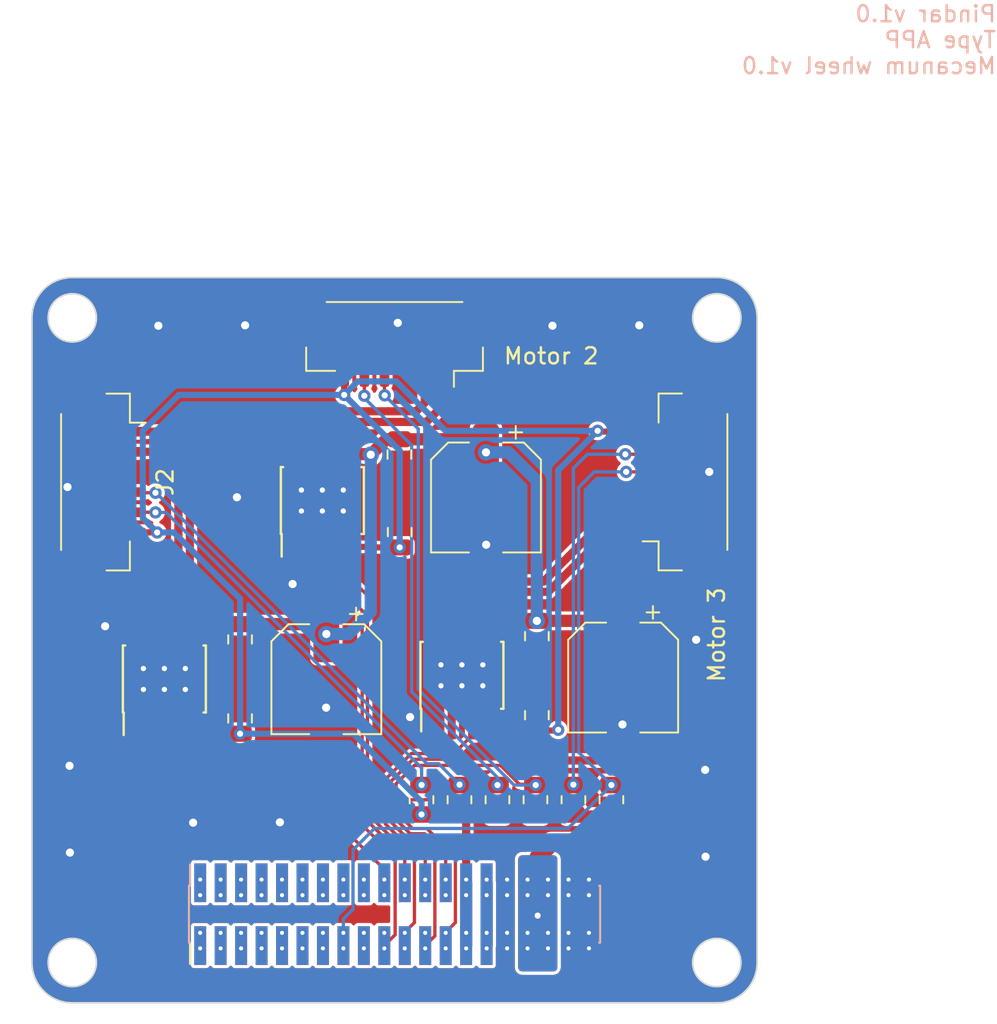
<source format=kicad_pcb>
(kicad_pcb (version 20221018) (generator pcbnew)
  (title_block (date "2023-06-14"))
  (layers (0 "F.Cu" signal) (31 "B.Cu" signal) (34 "B.Paste" user) (35 "F.Paste" user) (36 "B.SilkS" user "B.Silkscreen") (37 "F.SilkS" user "F.Silkscreen") (38 "B.Mask" user) (39 "F.Mask" user) (44 "Edge.Cuts" user))
  (net 0 "")
  (net 1 "+3.3V")
  (net 2 "GND")
  (net 3 "/SPI_CS")
  (net 4 "/SPI_CLK")
  (net 5 "/SPI_MOSI")
  (net 6 "/SPI_MISO")
  (net 7 "/I2C_CLK")
  (net 8 "/GPIO_1")
  (net 9 "/GPIO_2")
  (net 10 "/GPIO_3")
  (net 11 "/GPIO_4")
  (net 12 "/GPIO_5")
  (net 13 "/GPIO_6")
  (net 14 "/ENC_1A")
  (net 15 "/ENC_2A")
  (net 16 "/ADC_1")
  (net 17 "/ADC_3")
  (net 18 "/ADC_4")
  (net 19 "/UART1_RX")
  (net 20 "/UART1_TX")
  (net 21 "/ADC_2")
  (net 22 "/I2C_SDA")
  (net 23 "/UART2_RX")
  (net 24 "/CAN_L")
  (net 25 "/CAN_H")
  (net 26 "/USB-")
  (net 27 "/USB+")
  (net 28 "/+5V")
  (net 29 "+BATT")
  (net 30 "/UART2_TX")
  (net 31 "/OUT1")
  (net 32 "/OUT2")
  (net 33 "/OUT3")
  (net 34 "/OUT4")
  (net 35 "/OUT5")
  (net 36 "/OUT6")
  (net 37 "/ENC_1B")
  (net 38 "/ENC_2B")
  (net 39 "/ENC_3A")
  (footprint "Capacitor_SMD:CP_Elec_6.3x5.4" (layer "F.Cu") (at 71.4878 60.6378 -90)
    (fp_text reference "C1" hide)
    (fp_text value "10uF")
  )
  (footprint "Capacitor_SMD:C_0805_2012Metric" (layer "F.Cu") (at 66.133 58.174 -90)
    (fp_text reference "C2" hide)
    (fp_text value "0.1uF")
  )
  (footprint "Capacitor_SMD:C_0805_2012Metric" (layer "F.Cu") (at 66.133 63.07504 90)
    (fp_text reference "C9" hide)
    (fp_text value "0.1uF")
  )
  (footprint "Capacitor_SMD:CP_Elec_6.3x5.4" (layer "F.Cu") (at 81.3948 49.3656 -90)
    (fp_text reference "C3" hide)
    (fp_text value "10uF")
  )
  (footprint "Resistor_SMD:R_0805_2012Metric" (layer "F.Cu") (at 84.46516 68.1209 -90)
    (fp_text reference "R4" hide)
    (fp_text value "R")
  )
  (footprint "Connector_PinHeader_1.27mm:PinHeader_2x20_P1.27mm_Vertical_SMD" (layer "F.Cu") (at 75.72 75.22 90)
    (fp_text reference "J1" hide)
    (fp_text value "TOP")
  )
  (footprint "Capacitor_SMD:C_0805_2012Metric" (layer "F.Cu") (at 76.04 51.5144 90)
    (fp_text reference "C10" hide)
    (fp_text value "0.1uF")
  )
  (footprint "Resistor_SMD:R_0805_2012Metric" (layer "F.Cu") (at 79.75092 68.1209 -90)
    (fp_text reference "R1" hide)
    (fp_text value "R")
  )
  (footprint "Package_SO:Texas_HTSOP-8-1EP_3.9x4.9mm_P1.27mm_EP2.95x4.9mm_Mask2.4x3.1mm_ThermalVias" (layer "F.Cu") (at 71.2394 49.5554 90)
    (fp_text reference "U2" hide)
    (fp_text value "DRV8870DDA")
  )
  (footprint "Resistor_SMD:R_0805_2012Metric" (layer "F.Cu") (at 86.82228 68.1209 -90)
    (fp_text reference "R5" hide)
    (fp_text value "R")
  )
  (footprint "Capacitor_SMD:C_0805_2012Metric" (layer "F.Cu") (at 84.5536 62.873 90)
    (fp_text reference "C11" hide)
    (fp_text value "0.1uF")
  )
  (footprint "Capacitor_SMD:C_0805_2012Metric" (layer "F.Cu") (at 84.5536 57.9708 -90)
    (fp_text reference "C6" hide)
    (fp_text value "0.1uF")
  )
  (footprint "Package_SO:Texas_HTSOP-8-1EP_3.9x4.9mm_P1.27mm_EP2.95x4.9mm_Mask2.4x3.1mm_ThermalVias" (layer "F.Cu") (at 79.9008 60.399 90)
    (fp_text reference "U3" hide)
    (fp_text value "DRV8870DDA")
  )
  (footprint "Package_SO:Texas_HTSOP-8-1EP_3.9x4.9mm_P1.27mm_EP2.95x4.9mm_Mask2.4x3.1mm_ThermalVias" (layer "F.Cu") (at 61.435 60.6276 90)
    (fp_text reference "U1" hide)
    (fp_text value "DRV8870DDA")
  )
  (footprint "Connector_JST:JST_GH_SM06B-GHS-TB_1x06-1MP_P1.25mm_Horizontal" (layer "F.Cu") (at 57.5856 48.4078 -90)
    (fp_text reference "J2")
    (fp_text value "Motor 1")
  )
  (footprint "Capacitor_SMD:C_0805_2012Metric" (layer "F.Cu") (at 76.0202 46.7036 -90)
    (fp_text reference "C4" hide)
    (fp_text value "0.1uF")
  )
  (footprint "Resistor_SMD:R_0805_2012Metric" (layer "F.Cu") (at 82.10804 68.1209 -90)
    (fp_text reference "R3" hide)
    (fp_text value "R")
  )
  (footprint "Resistor_SMD:R_0805_2012Metric" (layer "F.Cu") (at 89.1794 68.1209 -90)
    (fp_text reference "R6" hide)
    (fp_text value "R")
  )
  (footprint "Connector_JST:JST_GH_SM06B-GHS-TB_1x06-1MP_P1.25mm_Horizontal" (layer "F.Cu") (at 75.72 39.7986 180)
    (fp_text reference "J3" hide)
    (fp_text value "Motor 2")
  )
  (footprint "Connector_JST:JST_GH_SM06B-GHS-TB_1x06-1MP_P1.25mm_Horizontal" (layer "F.Cu") (at 93.8162 48.402 90)
    (fp_text reference "J4" hide)
    (fp_text value "Motor 3")
  )
  (footprint "Capacitor_SMD:CP_Elec_6.3x5.4" (layer "F.Cu") (at 89.9084 60.5386 -90)
    (fp_text reference "C5" hide)
    (fp_text value "10uF")
  )
  (footprint "Resistor_SMD:R_0805_2012Metric" (layer "F.Cu") (at 77.3938 68.1209 -90)
    (fp_text reference "R2" hide)
    (fp_text value "R")
  )
  (footprint "Connector_PinHeader_1.27mm:PinHeader_2x20_P1.27mm_Vertical_SMD" (layer "B.Cu") (at 75.72 75.22 -90)
    (fp_text reference "J6" hide)
    (fp_text value "BOTTUM")
  )
  (gr_arc locked (start 53.22 38.22) (mid 53.952233 36.452233) (end 55.72 35.72) (stroke (width 0.1)) (layer "Edge.Cuts"))
  (gr_circle locked (center 95.72 78.22) (end 94.22 78.22) (stroke (width 0.1)) (fill none) (layer "Edge.Cuts"))
  (gr_line locked (start 55.72 80.72) (end 95.72 80.72) (stroke (width 0.1)) (layer "Edge.Cuts"))
  (gr_circle locked (center 55.72 38.22) (end 57.22 38.22) (stroke (width 0.1)) (fill none) (layer "Edge.Cuts"))
  (gr_line locked (start 53.22 38.22) (end 53.22 78.22) (stroke (width 0.1)) (layer "Edge.Cuts"))
  (gr_arc locked (start 95.72 35.72) (mid 97.487767 36.452233) (end 98.22 38.22) (stroke (width 0.1)) (layer "Edge.Cuts"))
  (gr_arc locked (start 98.22 78.22) (mid 97.487767 79.987767) (end 95.72 80.72) (stroke (width 0.1)) (layer "Edge.Cuts"))
  (gr_line locked (start 98.22 38.22) (end 98.22 78.22) (stroke (width 0.1)) (layer "Edge.Cuts"))
  (gr_circle locked (center 95.72 38.22) (end 95.72 39.72) (stroke (width 0.1)) (fill none) (layer "Edge.Cuts"))
  (gr_arc locked (start 55.72 80.72) (mid 53.952233 79.987767) (end 53.22 78.22) (stroke (width 0.1)) (layer "Edge.Cuts"))
  (gr_circle locked (center 55.72 78.22) (end 55.72 76.72) (stroke (width 0.1)) (fill none) (layer "Edge.Cuts"))
  (gr_line locked (start 95.72 35.72) (end 55.72 35.72) (stroke (width 0.1)) (layer "Edge.Cuts"))
  (gr_text "Pindar v1.0 \nType APP\nMecanum wheel v1.0" (at 113.132926 23.1682) (layer "B.SilkS") (effects (font (size 1 1)) (justify left bottom mirror)))
  (segment (start 60.979198 51.5304) (end 60.985399 51.536601) (width 0.381) (layer "F.Cu") (net 1))
  (segment (start 81.8058 63.274) (end 82.6796 63.274) (width 0.381) (layer "F.Cu") (net 1))
  (segment (start 83.2286 63.823) (end 84.5536 63.823) (width 0.381) (layer "F.Cu") (net 1))
  (segment (start 64.3154 63.5026) (end 64.8462 64.0334) (width 0.381) (layer "F.Cu") (net 1))
  (segment (start 80.165 77.17) (end 80.165 74.7522) (width 0.762) (layer "F.Cu") (net 1))
  (segment (start 80.165 69.44748) (end 80.165 74.7522) (width 0.508) (layer "F.Cu") (net 1))
  (segment (start 76.04 52.4644) (end 76.04 52.464416) (width 0.381) (layer "F.Cu") (net 1))
  (segment (start 90.8812 66.0146) (end 90.551 65.6844) (width 0.508) (layer "F.Cu") (net 1))
  (segment (start 80.165 74.7522) (end 80.165 73.27) (width 0.762) (layer "F.Cu") (net 1))
  (segment (start 91.9662 45.277) (end 88.369398 45.277) (width 0.381) (layer "F.Cu") (net 1))
  (segment (start 72.595 41.6486) (end 72.595 43.0022) (width 0.381) (layer "F.Cu") (net 1))
  (segment (start 85.8338 63.823) (end 85.8774 63.7794) (width 0.381) (layer "F.Cu") (net 1))
  (segment (start 74.5284 52.4304) (end 74.5624 52.4644) (width 0.381) (layer "F.Cu") (net 1))
  (segment (start 79.75092 69.0334) (end 80.165 69.44748) (width 0.508) (layer "F.Cu") (net 1))
  (segment (start 59.4242 51.5304) (end 60.979198 51.5304) (width 0.381) (layer "F.Cu") (net 1))
  (segment (start 77.3938 69.0334) (end 89.1794 69.0334) (width 0.508) (layer "F.Cu") (net 1))
  (segment (start 84.5536 64.5892) (end 84.5536 63.823) (width 0.508) (layer "F.Cu") (net 1))
  (segment (start 63.34 63.5026) (end 64.3154 63.5026) (width 0.381) (layer "F.Cu") (net 1))
  (segment (start 84.5536 63.823) (end 85.8338 63.823) (width 0.381) (layer "F.Cu") (net 1))
  (segment (start 74.5624 52.4644) (end 76.04 52.4644) (width 0.381) (layer "F.Cu") (net 1))
  (segment (start 88.369398 45.277) (end 88.322799 45.230401) (width 0.381) (layer "F.Cu") (net 1))
  (segment (start 85.6488 65.6844) (end 84.5536 64.5892) (width 0.508) (layer "F.Cu") (net 1))
  (segment (start 89.1794 69.0334) (end 90.5294 69.0334) (width 0.508) (layer "F.Cu") (net 1))
  (segment (start 64.8462 64.0334) (end 64.85456 64.02504) (width 0.381) (layer "F.Cu") (net 1))
  (segment (start 90.8812 68.6816) (end 90.8812 66.0146) (width 0.508) (layer "F.Cu") (net 1))
  (segment (start 82.6796 63.274) (end 83.2286 63.823) (width 0.381) (layer "F.Cu") (net 1))
  (segment (start 73.1444 52.4304) (end 74.5284 52.4304) (width 0.381) (layer "F.Cu") (net 1))
  (segment (start 90.5294 69.0334) (end 90.8812 68.6816) (width 0.508) (layer "F.Cu") (net 1))
  (segment (start 64.85456 64.02504) (end 66.133 64.02504) (width 0.381) (layer "F.Cu") (net 1))
  (segment (start 90.551 65.6844) (end 85.6488 65.6844) (width 0.508) (layer "F.Cu") (net 1))
  (via (at 60.985399 51.536601) (size 0.762) (drill 0.381) (layers "F.Cu" "B.Cu") (net 1))
  (via (at 80.165 76.3778) (size 0.508) (drill 0.254) (layers "F.Cu" "B.Cu") (net 1))
  (via (at 88.322799 45.230401) (size 0.762) (drill 0.381) (layers "F.Cu" "B.Cu") (net 1))
  (via (at 72.595 43.0022) (size 0.762) (drill 0.381) (layers "F.Cu" "B.Cu") (net 1))
  (via (at 76.04 52.464416) (size 0.762) (drill 0.381) (layers "F.Cu" "B.Cu") (net 1))
  (via (at 77.3938 69.0334) (size 0.762) (drill 0.381) (layers "F.Cu" "B.Cu") (net 1))
  (via (at 85.8774 63.7794) (size 0.762) (drill 0.381) (layers "F.Cu" "B.Cu") (net 1))
  (via (at 80.165 73.0758) (size 0.508) (drill 0.254) (layers "F.Cu" "B.Cu") (net 1))
  (via (at 66.133 64.02504) (size 0.762) (drill 0.381) (layers "F.Cu" "B.Cu") (net 1))
  (via (at 80.165 77.343) (size 0.508) (drill 0.254) (layers "F.Cu" "B.Cu") (net 1))
  (via (at 80.165 74.041) (size 0.508) (drill 0.254) (layers "F.Cu" "B.Cu") (net 1))
  (segment (start 88.322791 45.230401) (end 88.322799 45.230401) (width 0.381) (layer "B.Cu") (net 1))
  (segment (start 62.026801 51.536601) (end 60.985399 51.536601) (width 0.381) (layer "B.Cu") (net 1))
  (segment (start 62.3316 43.0022) (end 60.0964 45.2374) (width 0.381) (layer "B.Cu") (net 1))
  (segment (start 72.595 43.0022) (end 62.3316 43.0022) (width 0.381) (layer "B.Cu") (net 1))
  (segment (start 60.0964 50.647602) (end 60.985399 51.536601) (width 0.381) (layer "B.Cu") (net 1))
  (segment (start 72.595 43.0022) (end 76.040001 46.447201) (width 0.381) (layer "B.Cu") (net 1))
  (segment (start 77.3938 68.2498) (end 77.3938 69.0334) (width 0.381) (layer "B.Cu") (net 1))
  (segment (start 73.4332 42.164) (end 75.819 42.164) (width 0.381) (layer "B.Cu") (net 1))
  (segment (start 60.0964 45.2374) (end 60.0964 50.647602) (width 0.381) (layer "B.Cu") (net 1))
  (segment (start 66.133 64.02504) (end 73.16904 64.02504) (width 0.381) (layer "B.Cu") (net 1))
  (segment (start 72.595 43.0022) (end 73.4332 42.164) (width 0.381) (layer "B.Cu") (net 1))
  (segment (start 78.885401 45.230401) (end 88.322799 45.230401) (width 0.381) (layer "B.Cu") (net 1))
  (segment (start 66.133 64.02504) (end 66.133 55.6428) (width 0.381) (layer "B.Cu") (net 1))
  (segment (start 80.165 77.17) (end 80.165 73.27) (width 0.762) (layer "B.Cu") (net 1))
  (segment (start 73.16904 64.02504) (end 77.3938 68.2498) (width 0.381) (layer "B.Cu") (net 1))
  (segment (start 76.040001 46.447201) (end 76.04 52.464416) (width 0.381) (layer "B.Cu") (net 1))
  (segment (start 66.133 55.6428) (end 62.026801 51.536601) (width 0.381) (layer "B.Cu") (net 1))
  (segment (start 85.8774 47.675792) (end 88.322791 45.230401) (width 0.381) (layer "B.Cu") (net 1))
  (segment (start 85.8774 63.7794) (end 85.8774 47.675792) (width 0.381) (layer "B.Cu") (net 1))
  (segment (start 75.819 42.164) (end 78.885401 45.230401) (width 0.381) (layer "B.Cu") (net 1))
  (via (at 86.515 73.0758) (size 0.508) (drill 0.254) (layers "F.Cu" "B.Cu") (net 2))
  (via (at 86.515 74.041) (size 0.508) (drill 0.254) (layers "F.Cu" "B.Cu") (net 2))
  (via (at 86.515 77.343) (size 0.508) (drill 0.254) (layers "F.Cu" "B.Cu") (net 2))
  (via (at 87.785 76.3778) (size 0.508) (drill 0.254) (layers "F.Cu" "B.Cu") (net 2))
  (via (at 63.2206 69.5452) (size 1.016) (drill 0.508) (layers "F.Cu" "B.Cu") (net 2))
  (via (at 89.8652 63.4492) (size 1.016) (drill 0.508) (layers "F.Cu" "B.Cu") (net 2))
  (via (at 81.407 52.2986) (size 1.016) (drill 0.508) (layers "F.Cu" "B.Cu") (net 2))
  (via (at 55.5752 71.3994) (size 1.016) (drill 0.508) (layers "F.Cu" "B.Cu") (net 2))
  (via (at 87.785 74.041) (size 0.508) (drill 0.254) (layers "F.Cu" "B.Cu") (net 2))
  (via (at 55.4228 48.7172) (size 1.016) (drill 0.508) (layers "F.Cu" "B.Cu") (net 2))
  (via (at 82.705 73.0758) (size 0.508) (drill 0.254) (layers "F.Cu" "B.Cu") (net 2))
  (via (at 66.4464 38.6842) (size 1.016) (drill 0.508) (layers "F.Cu" "B.Cu") (net 2))
  (via (at 94.996 66.2686) (size 1.016) (drill 0.508) (layers "F.Cu" "B.Cu") (net 2))
  (via (at 87.785 73.0758) (size 0.508) (drill 0.254) (layers "F.Cu" "B.Cu") (net 2))
  (via (at 68.6054 69.5198) (size 1.016) (drill 0.508) (layers "F.Cu" "B.Cu") (net 2))
  (via (at 57.7596 57.3532) (size 1.016) (drill 0.508) (layers "F.Cu" "B.Cu") (net 2))
  (via (at 94.4372 58.1914) (size 1.016) (drill 0.508) (layers "F.Cu" "B.Cu") (net 2))
  (via (at 61.0616 38.7096) (size 1.016) (drill 0.508) (layers "F.Cu" "B.Cu") (net 2))
  (via (at 75.9206 38.5318) (size 1.016) (drill 0.508) (layers "F.Cu" "B.Cu") (net 2))
  (via (at 71.4756 62.4078) (size 1.016) (drill 0.508) (layers "F.Cu" "B.Cu") (net 2))
  (via (at 90.9066 38.6842) (size 1.016) (drill 0.508) (layers "F.Cu" "B.Cu") (net 2))
  (via (at 85.5218 38.7096) (size 1.016) (drill 0.508) (layers "F.Cu" "B.Cu") (net 2))
  (via (at 82.705 76.3778) (size 0.508) (drill 0.254) (layers "F.Cu" "B.Cu") (net 2))
  (via (at 65.9384 49.3522) (size 1.016) (drill 0.508) (layers "F.Cu" "B.Cu") (net 2))
  (via (at 76.6826 62.992) (size 1.016) (drill 0.508) (layers "F.Cu" "B.Cu") (net 2))
  (via (at 69.3928 54.737) (size 1.016) (drill 0.508) (layers "F.Cu" "B.Cu") (net 2))
  (via (at 95.0214 71.6534) (size 1.016) (drill 0.508) (layers "F.Cu" "B.Cu") (net 2))
  (via (at 87.785 77.343) (size 0.508) (drill 0.254) (layers "F.Cu" "B.Cu") (net 2))
  (via (at 55.5498 66.0146) (size 1.016) (drill 0.508) (layers "F.Cu" "B.Cu") (net 2))
  (via (at 82.705 74.041) (size 0.508) (drill 0.254) (layers "F.Cu" "B.Cu") (net 2))
  (via (at 95.25 47.7774) (size 1.016) (drill 0.508) (layers "F.Cu" "B.Cu") (net 2))
  (via (at 82.705 77.343) (size 0.508) (drill 0.254) (layers "F.Cu" "B.Cu") (net 2))
  (via (at 86.515 76.3778) (size 0.508) (drill 0.254) (layers "F.Cu" "B.Cu") (net 2))
  (via (at 70.005 76.3778) (size 0.508) (drill 0.254) (layers "F.Cu" "B.Cu") (net 3))
  (via (at 70.005 77.343) (size 0.508) (drill 0.254) (layers "F.Cu" "B.Cu") (net 3))
  (via (at 70.005 73.0758) (size 0.508) (drill 0.254) (layers "F.Cu" "B.Cu") (net 4))
  (via (at 70.005 74.041) (size 0.508) (drill 0.254) (layers "F.Cu" "B.Cu") (net 4))
  (via (at 71.275 76.3778) (size 0.508) (drill 0.254) (layers "F.Cu" "B.Cu") (net 5))
  (via (at 71.275 77.343) (size 0.508) (drill 0.254) (layers "F.Cu" "B.Cu") (net 5))
  (via (at 71.275 73.0758) (size 0.508) (drill 0.254) (layers "F.Cu" "B.Cu") (net 6))
  (via (at 71.275 74.041) (size 0.508) (drill 0.254) (layers "F.Cu" "B.Cu") (net 6))
  (via (at 68.735 74.041) (size 0.508) (drill 0.254) (layers "F.Cu" "B.Cu") (net 7))
  (via (at 68.735 73.0758) (size 0.508) (drill 0.254) (layers "F.Cu" "B.Cu") (net 7))
  (segment (start 62.07 63.5026) (end 62.07 64.3526) (width 0.2032) (layer "F.Cu") (net 8))
  (segment (start 62.07 64.3526) (end 63.725 66.0076) (width 0.2032) (layer "F.Cu") (net 8))
  (segment (start 75.7564 76.4986) (end 75.085 77.17) (width 0.2032) (layer "F.Cu") (net 8))
  (segment (start 70.028826 66.0076) (end 75.7564 71.735174) (width 0.2032) (layer "F.Cu") (net 8))
  (segment (start 63.725 66.0076) (end 70.028826 66.0076) (width 0.2032) (layer "F.Cu") (net 8))
  (segment (start 75.7564 71.735174) (end 75.7564 76.4986) (width 0.2032) (layer "F.Cu") (net 8))
  (via (at 75.085 77.343) (size 0.508) (drill 0.254) (layers "F.Cu" "B.Cu") (net 8))
  (via (at 75.085 76.3778) (size 0.508) (drill 0.254) (layers "F.Cu" "B.Cu") (net 8))
  (segment (start 75.085 73.27) (end 75.085 72.44) (width 0.2032) (layer "F.Cu") (net 9))
  (segment (start 60.8 64.3526) (end 60.8 63.5026) (width 0.2032) (layer "F.Cu") (net 9))
  (segment (start 75.1078 73.2472) (end 75.085 73.27) (width 0.2032) (layer "F.Cu") (net 9))
  (segment (start 62.8176 66.3702) (end 60.8 64.3526) (width 0.2032) (layer "F.Cu") (net 9))
  (segment (start 75.085 72.44) (end 69.0152 66.3702) (width 0.2032) (layer "F.Cu") (net 9))
  (segment (start 69.0152 66.3702) (end 62.8176 66.3702) (width 0.2032) (layer "F.Cu") (net 9))
  (via (at 75.085 73.0758) (size 0.508) (drill 0.254) (layers "F.Cu" "B.Cu") (net 9))
  (via (at 75.085 74.041) (size 0.508) (drill 0.254) (layers "F.Cu" "B.Cu") (net 9))
  (segment (start 76.9536 75.7414) (end 76.9536 71.889226) (width 0.2032) (layer "F.Cu") (net 10))
  (segment (start 76.9536 71.889226) (end 74.041 68.976626) (width 0.2032) (layer "F.Cu") (net 10))
  (segment (start 76.355 76.34) (end 76.9536 75.7414) (width 0.2032) (layer "F.Cu") (net 10))
  (segment (start 74.041 68.976626) (end 74.041 55.447) (width 0.2032) (layer "F.Cu") (net 10))
  (segment (start 76.355 77.17) (end 76.355 76.34) (width 0.2032) (layer "F.Cu") (net 10))
  (segment (start 74.041 55.447) (end 71.8744 53.2804) (width 0.2032) (layer "F.Cu") (net 10))
  (segment (start 71.8744 53.2804) (end 71.8744 52.4304) (width 0.2032) (layer "F.Cu") (net 10))
  (via (at 76.355 77.343) (size 0.508) (drill 0.254) (layers "F.Cu" "B.Cu") (net 10))
  (via (at 76.355 76.3778) (size 0.508) (drill 0.254) (layers "F.Cu" "B.Cu") (net 10))
  (segment (start 70.6044 53.2804) (end 73.7108 56.3868) (width 0.2032) (layer "F.Cu") (net 11))
  (segment (start 70.6044 52.4304) (end 70.6044 53.2804) (width 0.2032) (layer "F.Cu") (net 11))
  (segment (start 76.355 73.27) (end 76.1238 73.0388) (width 0.2032) (layer "F.Cu") (net 11))
  (segment (start 73.7108 69.1134) (end 76.355 71.7576) (width 0.2032) (layer "F.Cu") (net 11))
  (segment (start 76.355 71.7576) (end 76.355 73.27) (width 0.2032) (layer "F.Cu") (net 11))
  (segment (start 73.7108 56.3868) (end 73.7108 69.1134) (width 0.2032) (layer "F.Cu") (net 11))
  (via (at 76.355 73.0758) (size 0.508) (drill 0.254) (layers "F.Cu" "B.Cu") (net 11))
  (via (at 76.355 74.041) (size 0.508) (drill 0.254) (layers "F.Cu" "B.Cu") (net 11))
  (segment (start 76.870176 65.6082) (end 75.4888 66.989575) (width 0.2032) (layer "F.Cu") (net 12))
  (segment (start 76.559522 70.5612) (end 77.450452 70.5612) (width 0.2032) (layer "F.Cu") (net 12))
  (segment (start 78.2236 76.5714) (end 77.625 77.17) (width 0.2032) (layer "F.Cu") (net 12))
  (segment (start 78.2236 71.334348) (end 78.2236 76.5714) (width 0.2032) (layer "F.Cu") (net 12))
  (segment (start 79.0516 65.6082) (end 76.870176 65.6082) (width 0.2032) (layer "F.Cu") (net 12))
  (segment (start 80.5358 64.124) (end 79.0516 65.6082) (width 0.2032) (layer "F.Cu") (net 12))
  (segment (start 80.5358 63.274) (end 80.5358 64.124) (width 0.2032) (layer "F.Cu") (net 12))
  (segment (start 75.4888 66.989575) (end 75.4888 69.490479) (width 0.2032) (layer "F.Cu") (net 12))
  (segment (start 77.450452 70.5612) (end 78.2236 71.334348) (width 0.2032) (layer "F.Cu") (net 12))
  (segment (start 75.4888 69.490479) (end 76.559522 70.5612) (width 0.2032) (layer "F.Cu") (net 12))
  (via (at 77.625 77.343) (size 0.508) (drill 0.254) (layers "F.Cu" "B.Cu") (net 12))
  (via (at 77.625 76.3778) (size 0.508) (drill 0.254) (layers "F.Cu" "B.Cu") (net 12))
  (segment (start 79.2658 64.124) (end 78.1372 65.2526) (width 0.2032) (layer "F.Cu") (net 13))
  (segment (start 76.422749 70.8914) (end 77.2668 70.8914) (width 0.2032) (layer "F.Cu") (net 13))
  (segment (start 79.2658 63.274) (end 79.2658 64.124) (width 0.2032) (layer "F.Cu") (net 13))
  (segment (start 77.2668 70.8914) (end 77.625 71.2496) (width 0.2032) (layer "F.Cu") (net 13))
  (segment (start 75.1586 69.627251) (end 76.422749 70.8914) (width 0.2032) (layer "F.Cu") (net 13))
  (segment (start 76.758802 65.2526) (end 75.1586 66.852802) (width 0.2032) (layer "F.Cu") (net 13))
  (segment (start 78.1372 65.2526) (end 76.758802 65.2526) (width 0.2032) (layer "F.Cu") (net 13))
  (segment (start 77.625 71.2496) (end 77.625 73.27) (width 0.2032) (layer "F.Cu") (net 13))
  (segment (start 75.1586 66.852802) (end 75.1586 69.627251) (width 0.2032) (layer "F.Cu") (net 13))
  (via (at 77.625 73.0758) (size 0.508) (drill 0.254) (layers "F.Cu" "B.Cu") (net 13))
  (via (at 77.625 74.041) (size 0.508) (drill 0.254) (layers "F.Cu" "B.Cu") (net 13))
  (segment (start 59.4242 50.2804) (end 60.8722 50.2804) (width 0.2032) (layer "F.Cu") (net 14))
  (segment (start 60.8722 50.2804) (end 60.8838 50.292) (width 0.2032) (layer "F.Cu") (net 14))
  (via (at 77.399963 67.202237) (size 0.762) (drill 0.381) (layers "F.Cu" "B.Cu") (net 14))
  (via (at 60.8838 50.292) (size 0.762) (drill 0.381) (layers "F.Cu" "B.Cu") (net 14))
  (segment (start 77.399963 66.147763) (end 61.5442 50.292) (width 0.2032) (layer "B.Cu") (net 14))
  (segment (start 61.5442 50.292) (end 60.8838 50.292) (width 0.2032) (layer "B.Cu") (net 14))
  (segment (start 77.399963 67.202237) (end 77.399963 66.147763) (width 0.2032) (layer "B.Cu") (net 14))
  (segment (start 73.845 41.6486) (end 73.845 43.053) (width 0.2032) (layer "F.Cu") (net 15))
  (via (at 73.845 43.053) (size 0.762) (drill 0.381) (layers "F.Cu" "B.Cu") (net 15))
  (via (at 82.10804 67.2084) (size 0.762) (drill 0.381) (layers "F.Cu" "B.Cu") (net 15))
  (segment (start 82.10804 67.2084) (end 82.10804 66.74104) (width 0.2032) (layer "B.Cu") (net 15))
  (segment (start 76.7842 46.1264) (end 73.845 43.1872) (width 0.2032) (layer "B.Cu") (net 15))
  (segment (start 73.845 43.1872) (end 73.845 43.053) (width 0.2032) (layer "B.Cu") (net 15))
  (segment (start 82.10804 66.74104) (end 76.7842 61.4172) (width 0.2032) (layer "B.Cu") (net 15))
  (segment (start 76.7842 61.4172) (end 76.7842 46.1264) (width 0.2032) (layer "B.Cu") (net 15))
  (via (at 63.655 77.343) (size 0.508) (drill 0.254) (layers "F.Cu" "B.Cu") (net 16))
  (via (at 63.655 76.3778) (size 0.508) (drill 0.254) (layers "F.Cu" "B.Cu") (net 16))
  (via (at 64.925 76.3778) (size 0.508) (drill 0.254) (layers "F.Cu" "B.Cu") (net 17))
  (via (at 64.925 77.343) (size 0.508) (drill 0.254) (layers "F.Cu" "B.Cu") (net 17))
  (via (at 64.925 73.0758) (size 0.508) (drill 0.254) (layers "F.Cu" "B.Cu") (net 18))
  (via (at 64.925 74.041) (size 0.508) (drill 0.254) (layers "F.Cu" "B.Cu") (net 18))
  (via (at 66.195 76.3778) (size 0.508) (drill 0.254) (layers "F.Cu" "B.Cu") (net 19))
  (via (at 66.195 77.343) (size 0.508) (drill 0.254) (layers "F.Cu" "B.Cu") (net 19))
  (via (at 66.195 74.041) (size 0.508) (drill 0.254) (layers "F.Cu" "B.Cu") (net 20))
  (via (at 66.195 73.0758) (size 0.508) (drill 0.254) (layers "F.Cu" "B.Cu") (net 20))
  (via (at 63.655 74.041) (size 0.508) (drill 0.254) (layers "F.Cu" "B.Cu") (net 21))
  (via (at 63.655 73.0758) (size 0.508) (drill 0.254) (layers "F.Cu" "B.Cu") (net 21))
  (via (at 68.735 76.3778) (size 0.508) (drill 0.254) (layers "F.Cu" "B.Cu") (net 22))
  (via (at 68.735 77.343) (size 0.508) (drill 0.254) (layers "F.Cu" "B.Cu") (net 22))
  (via (at 67.465 76.3778) (size 0.508) (drill 0.254) (layers "F.Cu" "B.Cu") (net 23))
  (via (at 67.465 77.343) (size 0.508) (drill 0.254) (layers "F.Cu" "B.Cu") (net 23))
  (via (at 72.545 73.0758) (size 0.508) (drill 0.254) (layers "F.Cu" "B.Cu") (net 24))
  (via (at 72.545 74.041) (size 0.508) (drill 0.254) (layers "F.Cu" "B.Cu") (net 24))
  (segment (start 93.2104 48.885779) (end 93.2104 64.6202) (width 0.2032) (layer "F.Cu") (net 25))
  (segment (start 90.0938 47.777) (end 91.9662 47.777) (width 0.2032) (layer "F.Cu") (net 25))
  (segment (start 91.9662 47.777) (end 92.101621 47.777) (width 0.2032) (layer "F.Cu") (net 25))
  (segment (start 92.101621 47.777) (end 93.2104 48.885779) (width 0.2032) (layer "F.Cu") (net 25))
  (via (at 90.0938 47.777) (size 0.762) (drill 0.381) (layers "F.Cu" "B.Cu") (net 25))
  (via (at 72.545 77.343) (size 0.508) (drill 0.254) (layers "F.Cu" "B.Cu") (net 25))
  (via (at 72.545 76.3778) (size 0.508) (drill 0.254) (layers "F.Cu" "B.Cu") (net 25))
  (via (at 89.1794 67.2084) (size 0.762) (drill 0.381) (layers "F.Cu" "B.Cu") (net 25))
  (segment (start 72.545 75.5116) (end 73.1436 74.913) (width 0.2032) (layer "B.Cu") (net 25))
  (segment (start 73.1436 71.23) (end 74.4728 69.9008) (width 0.2032) (layer "B.Cu") (net 25))
  (segment (start 72.545 76.3778) (end 72.545 75.5116) (width 0.2032) (layer "B.Cu") (net 25))
  (segment (start 90.0938 47.777) (end 88.113 47.777) (width 0.2032) (layer "B.Cu") (net 25))
  (segment (start 87.1474 65.1764) (end 89.1794 67.2084) (width 0.2032) (layer "B.Cu") (net 25))
  (segment (start 86.487 69.9008) (end 89.1794 67.2084) (width 0.2032) (layer "B.Cu") (net 25))
  (segment (start 74.4728 69.9008) (end 86.487 69.9008) (width 0.2032) (layer "B.Cu") (net 25))
  (segment (start 73.1436 74.913) (end 73.1436 71.23) (width 0.2032) (layer "B.Cu") (net 25))
  (segment (start 87.1474 48.7426) (end 87.1474 65.1764) (width 0.2032) (layer "B.Cu") (net 25))
  (segment (start 88.113 47.777) (end 87.1474 48.7426) (width 0.2032) (layer "B.Cu") (net 25))
  (via (at 73.815 73.0758) (size 0.508) (drill 0.254) (layers "F.Cu" "B.Cu") (net 26))
  (via (at 73.815 74.041) (size 0.508) (drill 0.254) (layers "F.Cu" "B.Cu") (net 26))
  (via (at 73.815 77.343) (size 0.508) (drill 0.254) (layers "F.Cu" "B.Cu") (net 27))
  (via (at 73.815 76.3778) (size 0.508) (drill 0.254) (layers "F.Cu" "B.Cu") (net 27))
  (segment (start 81.435 73.27) (end 81.435 77.17) (width 0.762) (layer "F.Cu") (net 28))
  (via (at 81.435 76.3778) (size 0.508) (drill 0.254) (layers "F.Cu" "B.Cu") (net 28))
  (via (at 81.435 77.343) (size 0.508) (drill 0.254) (layers "F.Cu" "B.Cu") (net 28))
  (via (at 81.435 74.041) (size 0.508) (drill 0.254) (layers "F.Cu" "B.Cu") (net 28))
  (via (at 81.435 73.0758) (size 0.508) (drill 0.254) (layers "F.Cu" "B.Cu") (net 28))
  (segment (start 81.435 77.17) (end 81.435 73.27) (width 0.762) (layer "B.Cu") (net 28))
  (segment (start 74.214 46.6804) (end 74.2442 46.7106) (width 0.762) (layer "F.Cu") (net 29))
  (segment (start 89.9084 57.7386) (end 92.1766 60.0068) (width 1.016) (layer "F.Cu") (net 29))
  (segment (start 82.6586 57.524) (end 83.1618 57.0208) (width 0.762) (layer "F.Cu") (net 29))
  (segment (start 89.1906 57.0208) (end 89.9084 57.7386) (width 0.762) (layer "F.Cu") (net 29))
  (segment (start 76.0202 45.7536) (end 75.2012 45.7536) (width 0.762) (layer "F.Cu") (net 29))
  (segment (start 75.2012 45.7536) (end 74.2442 46.7106) (width 0.762) (layer "F.Cu") (net 29))
  (segment (start 92.1766 69.3166) (end 90.678 70.8152) (width 1.016) (layer "F.Cu") (net 29))
  (segment (start 92.1766 60.0068) (end 92.1766 69.3166) (width 1.016) (layer "F.Cu") (net 29))
  (segment (start 64.7722 57.224) (end 64.2436 57.7526) (width 0.762) (layer "F.Cu") (net 29))
  (segment (start 80.5828 45.7536) (end 81.3948 46.5656) (width 0.762) (layer "F.Cu") (net 29))
  (segment (start 73.1444 46.6804) (end 74.214 46.6804) (width 0.762) (layer "F.Cu") (net 29))
  (segment (start 81.8058 57.524) (end 82.6586 57.524) (width 0.762) (layer "F.Cu") (net 29))
  (segment (start 84.6074 75.305537) (end 84.602548 75.310389) (width 1.016) (layer "F.Cu") (net 29))
  (segment (start 70.874 57.224) (end 71.4878 57.8378) (width 0.762) (layer "F.Cu") (net 29))
  (segment (start 66.133 57.224) (end 64.7722 57.224) (width 0.762) (layer "F.Cu") (net 29))
  (segment (start 85.4837 70.8152) (end 84.6074 71.6915) (width 1.016) (layer "F.Cu") (net 29))
  (segment (start 84.6074 71.6915) (end 84.6074 75.305537) (width 1.016) (layer "F.Cu") (net 29))
  (segment (start 66.133 57.224) (end 70.874 57.224) (width 0.762) (layer "F.Cu") (net 29))
  (segment (start 83.1618 57.0208) (end 84.5536 57.0208) (width 0.762) (layer "F.Cu") (net 29))
  (segment (start 84.5536 57.0208) (end 89.1906 57.0208) (width 0.762) (layer "F.Cu") (net 29))
  (segment (start 76.0202 45.7536) (end 80.5828 45.7536) (width 0.762) (layer "F.Cu") (net 29))
  (segment (start 90.678 70.8152) (end 85.4837 70.8152) (width 1.016) (layer "F.Cu") (net 29))
  (segment (start 64.2436 57.7526) (end 63.34 57.7526) (width 0.762) (layer "F.Cu") (net 29))
  (via (at 83.975 77.343) (size 0.508) (drill 0.254) (layers "F.Cu" "B.Cu") (net 29))
  (via (at 74.2442 46.7106) (size 1.016) (drill 0.508) (layers "F.Cu" "B.Cu") (net 29))
  (via (at 83.975 76.3778) (size 0.508) (drill 0.254) (layers "F.Cu" "B.Cu") (net 29))
  (via (at 85.245 73.0758) (size 0.508) (drill 0.254) (layers "F.Cu" "B.Cu") (net 29))
  (via (at 85.245 76.3778) (size 0.508) (drill 0.254) (layers "F.Cu" "B.Cu") (net 29))
  (via (at 84.5536 57.0208) (size 1.016) (drill 0.508) (layers "F.Cu" "B.Cu") (net 29))
  (via (at 83.975 74.041) (size 0.508) (drill 0.254) (layers "F.Cu" "B.Cu") (net 29))
  (via (at 84.602548 75.310389) (size 0.762) (drill 0.381) (layers "F.Cu" "B.Cu") (net 29))
  (via (at 71.4878 57.8378) (size 1.016) (drill 0.508) (layers "F.Cu" "B.Cu") (net 29))
  (via (at 85.245 77.343) (size 0.508) (drill 0.254) (layers "F.Cu" "B.Cu") (net 29))
  (via (at 85.245 74.041) (size 0.508) (drill 0.254) (layers "F.Cu" "B.Cu") (net 29))
  (via (at 83.975 73.0758) (size 0.508) (drill 0.254) (layers "F.Cu" "B.Cu") (net 29))
  (via (at 81.3948 46.5656) (size 1.016) (drill 0.508) (layers "F.Cu" "B.Cu") (net 29))
  (segment (start 71.4878 57.8378) (end 72.8706 57.8378) (width 0.762) (layer "B.Cu") (net 29))
  (segment (start 72.8706 57.8378) (end 74.2442 56.4642) (width 0.762) (layer "B.Cu") (net 29))
  (segment (start 82.786 46.5656) (end 81.3948 46.5656) (width 0.762) (layer "B.Cu") (net 29))
  (segment (start 84.5536 57.0208) (end 84.5536 48.3332) (width 0.762) (layer "B.Cu") (net 29))
  (segment (start 74.2442 56.4642) (end 74.2442 46.7106) (width 0.762) (layer "B.Cu") (net 29))
  (segment (start 84.5536 48.3332) (end 82.786 46.5656) (width 0.762) (layer "B.Cu") (net 29))
  (via (at 67.465 73.0758) (size 0.508) (drill 0.254) (layers "F.Cu" "B.Cu") (net 30))
  (via (at 67.465 74.041) (size 0.508) (drill 0.254) (layers "F.Cu" "B.Cu") (net 30))
  (segment (start 62.07 57.7526) (end 62.07 55.3796) (width 0.508) (layer "F.Cu") (net 31))
  (segment (start 61.0284 45.2804) (end 59.4242 45.2804) (width 0.508) (layer "F.Cu") (net 31))
  (segment (start 63.0174 47.2694) (end 61.0284 45.2804) (width 0.508) (layer "F.Cu") (net 31))
  (segment (start 62.07 55.3796) (end 63.0174 54.4322) (width 0.508) (layer "F.Cu") (net 31))
  (segment (start 63.0174 54.4322) (end 63.0174 47.2694) (width 0.508) (layer "F.Cu") (net 31))
  (segment (start 62.3062 54.0766) (end 62.3062 47.5996) (width 0.508) (layer "F.Cu") (net 32))
  (segment (start 61.237 46.5304) (end 59.4242 46.5304) (width 0.508) (layer "F.Cu") (net 32))
  (segment (start 61.1886 55.1942) (end 62.3062 54.0766) (width 0.508) (layer "F.Cu") (net 32))
  (segment (start 59.53 55.7606) (end 60.0964 55.1942) (width 0.508) (layer "F.Cu") (net 32))
  (segment (start 60.0964 55.1942) (end 61.1886 55.1942) (width 0.508) (layer "F.Cu") (net 32))
  (segment (start 59.53 57.7526) (end 59.53 55.7606) (width 0.508) (layer "F.Cu") (net 32))
  (segment (start 62.3062 47.5996) (end 61.237 46.5304) (width 0.508) (layer "F.Cu") (net 32))
  (segment (start 71.8744 45.1434) (end 72.3392 44.6786) (width 0.508) (layer "F.Cu") (net 33))
  (segment (start 77.6986 44.6786) (end 78.845 43.5322) (width 0.508) (layer "F.Cu") (net 33))
  (segment (start 72.3392 44.6786) (end 77.6986 44.6786) (width 0.508) (layer "F.Cu") (net 33))
  (segment (start 78.845 43.5322) (end 78.845 41.6486) (width 0.508) (layer "F.Cu") (net 33))
  (segment (start 71.8744 46.6804) (end 71.8744 45.1434) (width 0.508) (layer "F.Cu") (net 33))
  (segment (start 69.3344 44.61) (end 69.9262 44.0182) (width 0.508) (layer "F.Cu") (net 34))
  (segment (start 77.595 43.4868) (end 77.595 41.6486) (width 0.508) (layer "F.Cu") (net 34))
  (segment (start 69.9262 44.0182) (end 77.0636 44.0182) (width 0.508) (layer "F.Cu") (net 34))
  (segment (start 77.0636 44.0182) (end 77.595 43.4868) (width 0.508) (layer "F.Cu") (net 34))
  (segment (start 69.3344 46.6804) (end 69.3344 44.61) (width 0.508) (layer "F.Cu") (net 34))
  (segment (start 85.2678 55.2196) (end 88.9604 51.527) (width 0.508) (layer "F.Cu") (net 35))
  (segment (start 80.5358 55.8368) (end 81.153 55.2196) (width 0.508) (layer "F.Cu") (net 35))
  (segment (start 81.153 55.2196) (end 85.2678 55.2196) (width 0.508) (layer "F.Cu") (net 35))
  (segment (start 88.9604 51.527) (end 91.9662 51.527) (width 0.508) (layer "F.Cu") (net 35))
  (segment (start 80.5358 57.524) (end 80.5358 55.8368) (width 0.508) (layer "F.Cu") (net 35))
  (segment (start 84.963 54.5846) (end 79.2226 54.5846) (width 0.508) (layer "F.Cu") (net 36))
  (segment (start 89.2706 50.277) (end 84.963 54.5846) (width 0.508) (layer "F.Cu") (net 36))
  (segment (start 91.9662 50.277) (end 89.2706 50.277) (width 0.508) (layer "F.Cu") (net 36))
  (segment (start 79.2226 54.5846) (end 77.9958 55.8114) (width 0.508) (layer "F.Cu") (net 36))
  (segment (start 77.9958 55.8114) (end 77.9958 57.524) (width 0.508) (layer "F.Cu") (net 36))
  (segment (start 79.75092 67.2084) (end 79.75092 67.18808) (width 0.2032) (layer "F.Cu") (net 37))
  (segment (start 59.4666 49.0728) (end 59.4242 49.0304) (width 0.2032) (layer "F.Cu") (net 37))
  (segment (start 78.895 76.34) (end 78.895 77.17) (width 0.2032) (layer "F.Cu") (net 37))
  (segment (start 79.4936 71.6704) (end 79.4936 75.7414) (width 0.2032) (layer "F.Cu") (net 37))
  (segment (start 76.1746 68.5546) (end 76.1746 69.242332) (width 0.2032) (layer "F.Cu") (net 37))
  (segment (start 76.6064 68.1228) (end 76.1746 68.5546) (width 0.2032) (layer "F.Cu") (net 37))
  (segment (start 79.4936 75.7414) (end 78.895 76.34) (width 0.2032) (layer "F.Cu") (net 37))
  (segment (start 76.1746 69.242332) (end 76.833068 69.9008) (width 0.2032) (layer "F.Cu") (net 37))
  (segment (start 77.724 69.9008) (end 79.4936 71.6704) (width 0.2032) (layer "F.Cu") (net 37))
  (segment (start 60.8838 49.0728) (end 59.4666 49.0728) (width 0.2032) (layer "F.Cu") (net 37))
  (segment (start 79.75092 67.18808) (end 79.756 67.183) (width 0.2032) (layer "F.Cu") (net 37))
  (segment (start 78.83652 68.1228) (end 76.6064 68.1228) (width 0.2032) (layer "F.Cu") (net 37))
  (segment (start 76.833068 69.9008) (end 77.724 69.9008) (width 0.2032) (layer "F.Cu") (net 37))
  (segment (start 79.75092 67.2084) (end 78.83652 68.1228) (width 0.2032) (layer "F.Cu") (net 37))
  (via (at 79.756 67.183) (size 0.762) (drill 0.381) (layers "F.Cu" "B.Cu") (net 37))
  (via (at 60.8838 49.0728) (size 0.762) (drill 0.381) (layers "F.Cu" "B.Cu") (net 37))
  (via (at 78.895 77.343) (size 0.508) (drill 0.254) (layers "F.Cu" "B.Cu") (net 37))
  (via (at 78.895 76.3778) (size 0.508) (drill 0.254) (layers "F.Cu" "B.Cu") (net 37))
  (segment (start 78.456989 65.883989) (end 77.730163 65.883989) (width 0.2032) (layer "B.Cu") (net 37))
  (segment (start 79.756 67.183) (end 78.456989 65.883989) (width 0.2032) (layer "B.Cu") (net 37))
  (segment (start 77.730163 65.883989) (end 60.918974 49.0728) (width 0.2032) (layer "B.Cu") (net 37))
  (segment (start 60.918974 49.0728) (end 60.8838 49.0728) (width 0.2032) (layer "B.Cu") (net 37))
  (segment (start 76.956148 65.9892) (end 75.819 67.126348) (width 0.2032) (layer "F.Cu") (net 38))
  (segment (start 76.696295 70.231) (end 77.587226 70.231) (width 0.2032) (layer "F.Cu") (net 38))
  (segment (start 75.819 67.126348) (end 75.819 69.353705) (width 0.2032) (layer "F.Cu") (net 38))
  (segment (start 75.095 41.6486) (end 75.095 43.0148) (width 0.2032) (layer "F.Cu") (net 38))
  (segment (start 84.41436 67.1576) (end 83.4644 67.1576) (width 0.2032) (layer "F.Cu") (net 38))
  (segment (start 77.587226 70.231) (end 78.895 71.538774) (width 0.2032) (layer "F.Cu") (net 38))
  (segment (start 82.296 65.9892) (end 76.956148 65.9892) (width 0.2032) (layer "F.Cu") (net 38))
  (segment (start 83.4644 67.1576) (end 82.296 65.9892) (width 0.2032) (layer "F.Cu") (net 38))
  (segment (start 75.819 69.353705) (end 76.696295 70.231) (width 0.2032) (layer "F.Cu") (net 38))
  (segment (start 84.46516 67.2084) (end 84.4804 67.2084) (width 0.2032) (layer "F.Cu") (net 38))
  (segment (start 75.095 43.0148) (end 75.1078 43.0276) (width 0.2032) (layer "F.Cu") (net 38))
  (segment (start 78.895 71.538774) (end 78.895 73.27) (width 0.2032) (layer "F.Cu") (net 38))
  (segment (start 84.46516 67.2084) (end 84.41436 67.1576) (width 0.2032) (layer "F.Cu") (net 38))
  (via (at 78.895 73.0758) (size 0.508) (drill 0.254) (layers "F.Cu" "B.Cu") (net 38))
  (via (at 78.895 74.041) (size 0.508) (drill 0.254) (layers "F.Cu" "B.Cu") (net 38))
  (via (at 75.1078 43.0276) (size 0.762) (drill 0.381) (layers "F.Cu" "B.Cu") (net 38))
  (via (at 84.4804 67.2084) (size 0.762) (drill 0.381) (layers "F.Cu" "B.Cu") (net 38))
  (segment (start 83.1342 67.2084) (end 77.1906 61.2648) (width 0.2032) (layer "B.Cu") (net 38))
  (segment (start 77.1906 45.1104) (end 75.1078 43.0276) (width 0.2032) (layer "B.Cu") (net 38))
  (segment (start 77.1906 61.2648) (end 77.1906 45.1104) (width 0.2032) (layer "B.Cu") (net 38))
  (segment (start 84.4804 67.2084) (end 83.1342 67.2084) (width 0.2032) (layer "B.Cu") (net 38))
  (segment (start 86.82228 67.18808) (end 86.8172 67.183) (width 0.2032) (layer "F.Cu") (net 39))
  (segment (start 91.9662 46.527) (end 91.808 46.6852) (width 0.2032) (layer "F.Cu") (net 39))
  (segment (start 86.82228 67.2084) (end 86.82228 67.18808) (width 0.2032) (layer "F.Cu") (net 39))
  (segment (start 91.808 46.6852) (end 90.043 46.6852) (width 0.2032) (layer "F.Cu") (net 39))
  (via (at 90.043 46.6852) (size 0.762) (drill 0.381) (layers "F.Cu" "B.Cu") (net 39))
  (via (at 86.8172 67.183) (size 0.762) (drill 0.381) (layers "F.Cu" "B.Cu") (net 39))
  (segment (start 86.8172 67.183) (end 86.8172 47.5488) (width 0.2032) (layer "B.Cu") (net 39))
  (segment (start 86.8172 47.5488) (end 87.6808 46.6852) (width 0.2032) (layer "B.Cu") (net 39))
  (segment (start 87.6808 46.6852) (end 90.043 46.6852) (width 0.2032) (layer "B.Cu") (net 39))
  (zone (net 2) (net_name "GND") (layers "F&B.Cu") (priority 1) (connect_pads yes (clearance 0.2032)) (min_thickness 0.2032) (fill yes (thermal_gap 0.2032) (thermal_bridge_width 0.2032) (smoothing fillet) (radius 0.127))
    (polygon (pts (xy 51.2344 81.8642) (xy 99.4944 82.0674) (xy 99.723 34.5186) (xy 51.463 34.3154)))
  )
  (zone (net 29) (net_name "+BATT") (layers "F&B.Cu") (name "Vbat") (priority 2) (connect_pads yes (clearance 0.2032)) (min_thickness 0.2032) (fill yes (thermal_gap 0.2032) (thermal_bridge_width 0.2032) (smoothing fillet) (radius 0.254))
    (polygon (pts (xy 83.3908 71.5624) (xy 83.3908 78.776) (xy 85.8292 78.776) (xy 85.8292 71.5624)))
  )
)
</source>
